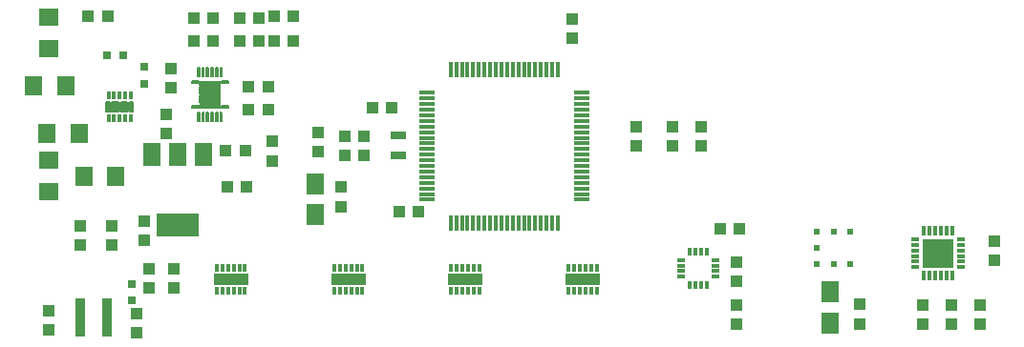
<source format=gtp>
G75*
%MOIN*%
%OFA0B0*%
%FSLAX24Y24*%
%IPPOS*%
%LPD*%
%AMOC8*
5,1,8,0,0,1.08239X$1,22.5*
%
%ADD10R,0.0120X0.0260*%
%ADD11R,0.0990X0.0370*%
%ADD12C,0.0060*%
%ADD13R,0.0709X0.0630*%
%ADD14R,0.0315X0.0315*%
%ADD15R,0.0630X0.0710*%
%ADD16R,0.0080X0.0330*%
%ADD17R,0.0770X0.0960*%
%ADD18R,0.0394X0.0433*%
%ADD19R,0.0433X0.0394*%
%ADD20R,0.0591X0.0768*%
%ADD21R,0.0118X0.0531*%
%ADD22R,0.0531X0.0118*%
%ADD23R,0.0380X0.1320*%
%ADD24R,0.1220X0.0390*%
%ADD25R,0.0590X0.0790*%
%ADD26R,0.1500X0.0790*%
%ADD27R,0.0551X0.0276*%
%ADD28R,0.0236X0.0197*%
%ADD29R,0.0197X0.0236*%
%ADD30R,0.0315X0.0118*%
%ADD31R,0.0118X0.0315*%
%ADD32R,0.0315X0.0138*%
%ADD33R,0.0138X0.0335*%
%ADD34R,0.1102X0.1024*%
D10*
X009669Y002171D03*
X009859Y002171D03*
X010059Y002171D03*
X010259Y002171D03*
X010459Y002171D03*
X010649Y002171D03*
X010649Y002971D03*
X010459Y002971D03*
X010259Y002971D03*
X010059Y002971D03*
X009859Y002971D03*
X009669Y002971D03*
X013769Y002971D03*
X013959Y002971D03*
X014159Y002971D03*
X014359Y002971D03*
X014559Y002971D03*
X014749Y002971D03*
X014749Y002171D03*
X014559Y002171D03*
X014359Y002171D03*
X014159Y002171D03*
X013959Y002171D03*
X013769Y002171D03*
X017849Y002181D03*
X018039Y002181D03*
X018239Y002181D03*
X018439Y002181D03*
X018639Y002181D03*
X018829Y002181D03*
X018829Y002981D03*
X018639Y002981D03*
X018439Y002981D03*
X018239Y002981D03*
X018039Y002981D03*
X017849Y002981D03*
X021949Y002971D03*
X022139Y002971D03*
X022339Y002971D03*
X022539Y002971D03*
X022739Y002971D03*
X022929Y002971D03*
X022929Y002171D03*
X022739Y002171D03*
X022539Y002171D03*
X022339Y002171D03*
X022139Y002171D03*
X021949Y002171D03*
X006672Y008209D03*
X006482Y008209D03*
X006282Y008209D03*
X006082Y008209D03*
X005892Y008209D03*
X005892Y009009D03*
X006082Y009009D03*
X006282Y009009D03*
X006482Y009009D03*
X006672Y009009D03*
D11*
X006282Y008609D03*
D12*
X006242Y008509D02*
X006242Y008449D01*
X006012Y008449D01*
X005932Y008449D02*
X005932Y008509D01*
X005932Y008449D02*
X005812Y008449D01*
X005812Y008569D01*
X005812Y008649D02*
X005812Y008769D01*
X005932Y008769D01*
X006012Y008769D02*
X006012Y008709D01*
X006012Y008769D02*
X006242Y008769D01*
X006322Y008769D02*
X006322Y008709D01*
X006322Y008769D02*
X006552Y008769D01*
X006632Y008769D02*
X006632Y008709D01*
X006632Y008769D02*
X006752Y008769D01*
X006752Y008649D01*
X006752Y008569D02*
X006692Y008569D01*
X006752Y008569D02*
X006752Y008449D01*
X006632Y008449D01*
X006552Y008449D02*
X006552Y008509D01*
X006552Y008449D02*
X006322Y008449D01*
X005872Y008649D02*
X005812Y008649D01*
X008797Y008630D02*
X008797Y008570D01*
X009027Y008570D01*
X009027Y008630D01*
X008797Y008630D01*
X009077Y008680D02*
X009077Y008580D01*
X009237Y008580D01*
X009237Y008620D01*
X009307Y008580D02*
X009547Y008580D01*
X009547Y008620D01*
X009617Y008580D02*
X009777Y008580D01*
X009777Y008680D01*
X009677Y008680D01*
X009777Y008760D02*
X009777Y008990D01*
X009677Y008990D01*
X009777Y009070D02*
X009777Y009300D01*
X009677Y009300D01*
X009777Y009380D02*
X009777Y009480D01*
X009617Y009480D01*
X009617Y009440D01*
X009547Y009480D02*
X009307Y009480D01*
X009307Y009440D01*
X009237Y009480D02*
X009077Y009480D01*
X009077Y009380D01*
X009177Y009380D01*
X009077Y009300D02*
X009077Y009070D01*
X009177Y009070D01*
X009077Y008990D02*
X009077Y008760D01*
X009177Y008760D01*
X009827Y008630D02*
X009827Y008570D01*
X010057Y008570D01*
X010057Y008630D01*
X009827Y008630D01*
X009847Y008410D02*
X009787Y008410D01*
X009787Y008090D01*
X009847Y008090D01*
X009847Y008410D01*
X009697Y008410D02*
X009637Y008410D01*
X009637Y008090D01*
X009697Y008090D01*
X009697Y008410D01*
X009537Y008410D02*
X009477Y008410D01*
X009477Y008090D01*
X009537Y008090D01*
X009537Y008410D01*
X009377Y008410D02*
X009317Y008410D01*
X009317Y008090D01*
X009377Y008090D01*
X009377Y008410D01*
X009217Y008410D02*
X009157Y008410D01*
X009157Y008090D01*
X009217Y008090D01*
X009217Y008410D01*
X009067Y008410D02*
X009007Y008410D01*
X009007Y008090D01*
X009067Y008090D01*
X009067Y008410D01*
X009027Y009430D02*
X009027Y009490D01*
X008797Y009490D01*
X008797Y009430D01*
X009027Y009430D01*
X009007Y009650D02*
X009007Y009970D01*
X009067Y009970D01*
X009067Y009650D01*
X009007Y009650D01*
X009157Y009650D02*
X009157Y009970D01*
X009217Y009970D01*
X009217Y009650D01*
X009157Y009650D01*
X009317Y009650D02*
X009317Y009970D01*
X009377Y009970D01*
X009377Y009650D01*
X009317Y009650D01*
X009477Y009650D02*
X009477Y009970D01*
X009537Y009970D01*
X009537Y009650D01*
X009477Y009650D01*
X009637Y009650D02*
X009637Y009970D01*
X009697Y009970D01*
X009697Y009650D01*
X009637Y009650D01*
X009787Y009650D02*
X009787Y009970D01*
X009847Y009970D01*
X009847Y009650D01*
X009787Y009650D01*
X009827Y009490D02*
X009827Y009430D01*
X010057Y009430D01*
X010057Y009490D01*
X009827Y009490D01*
D13*
X003809Y010625D03*
X003809Y011727D03*
X003809Y006727D03*
X003809Y005625D03*
D14*
X006699Y002416D03*
X006699Y001826D03*
X007149Y009400D03*
X007149Y009991D03*
X006414Y010416D03*
X005823Y010416D03*
D15*
X004388Y009336D03*
X003269Y009336D03*
X003749Y007676D03*
X004868Y007676D03*
X005029Y006156D03*
X006148Y006156D03*
D16*
X009037Y008250D03*
X009187Y008250D03*
X009347Y008250D03*
X009507Y008250D03*
X009667Y008250D03*
X009817Y008250D03*
X009817Y009810D03*
X009667Y009810D03*
X009507Y009810D03*
X009347Y009810D03*
X009187Y009810D03*
X009037Y009810D03*
D17*
X009427Y009030D03*
D18*
X003795Y000799D03*
X003795Y001468D03*
X007309Y002266D03*
X008159Y002266D03*
X008159Y002936D03*
X007309Y002936D03*
X004919Y003754D03*
X004919Y004423D03*
X011599Y006716D03*
X010653Y007051D03*
X009984Y007051D03*
X011599Y007386D03*
X007919Y007676D03*
X007919Y008346D03*
X008864Y010891D03*
X009533Y010891D03*
X010464Y011691D03*
X011133Y011691D03*
X005853Y011771D03*
X005184Y011771D03*
X013999Y005786D03*
X013999Y005116D03*
X024309Y007246D03*
X024309Y007916D03*
X036809Y003916D03*
X036809Y003246D03*
X032109Y001686D03*
X032109Y001016D03*
X034309Y000996D03*
X035309Y000996D03*
X036309Y000996D03*
X036309Y001666D03*
X035309Y001666D03*
X034309Y001666D03*
X027809Y001666D03*
X027809Y000996D03*
X027809Y002496D03*
X027809Y003166D03*
D19*
X027893Y004331D03*
X027224Y004331D03*
X026559Y007246D03*
X025559Y007246D03*
X025559Y007916D03*
X026559Y007916D03*
X022059Y010996D03*
X022059Y011666D03*
X015773Y008571D03*
X015104Y008571D03*
X013199Y007706D03*
X014134Y007581D03*
X014803Y007581D03*
X013199Y007036D03*
X014144Y006891D03*
X014813Y006891D03*
X010694Y005804D03*
X010025Y005804D03*
X007149Y004596D03*
X006009Y004446D03*
X007149Y003926D03*
X006009Y003776D03*
X006859Y001356D03*
X006859Y000686D03*
X016024Y004931D03*
X016693Y004931D03*
X011453Y008491D03*
X010784Y008491D03*
X010784Y009291D03*
X011453Y009291D03*
X008079Y009276D03*
X008079Y009946D03*
X010464Y010891D03*
X011133Y010891D03*
X011663Y010893D03*
X012332Y010893D03*
X012332Y011773D03*
X011663Y011773D03*
X009533Y011691D03*
X008864Y011691D03*
D20*
X013119Y005912D03*
X013119Y004830D03*
X031059Y002122D03*
X031059Y001040D03*
D21*
X021569Y004534D03*
X021372Y004534D03*
X021175Y004534D03*
X020978Y004534D03*
X020781Y004534D03*
X020584Y004534D03*
X020388Y004534D03*
X020191Y004534D03*
X019994Y004534D03*
X019797Y004534D03*
X019600Y004534D03*
X019403Y004534D03*
X019206Y004534D03*
X019010Y004534D03*
X018813Y004534D03*
X018616Y004534D03*
X018419Y004534D03*
X018222Y004534D03*
X018025Y004534D03*
X017828Y004534D03*
X017828Y009908D03*
X018025Y009908D03*
X018222Y009908D03*
X018419Y009908D03*
X018616Y009908D03*
X018813Y009908D03*
X019010Y009908D03*
X019206Y009908D03*
X019403Y009908D03*
X019600Y009908D03*
X019797Y009908D03*
X019994Y009908D03*
X020191Y009908D03*
X020388Y009908D03*
X020584Y009908D03*
X020781Y009908D03*
X020978Y009908D03*
X021175Y009908D03*
X021372Y009908D03*
X021569Y009908D03*
D22*
X022386Y009091D03*
X022386Y008894D03*
X022386Y008697D03*
X022386Y008500D03*
X022386Y008304D03*
X022386Y008107D03*
X022386Y007910D03*
X022386Y007713D03*
X022386Y007516D03*
X022386Y007319D03*
X022386Y007123D03*
X022386Y006926D03*
X022386Y006729D03*
X022386Y006532D03*
X022386Y006335D03*
X022386Y006138D03*
X022386Y005941D03*
X022386Y005745D03*
X022386Y005548D03*
X022386Y005351D03*
X017012Y005351D03*
X017012Y005548D03*
X017012Y005745D03*
X017012Y005941D03*
X017012Y006138D03*
X017012Y006335D03*
X017012Y006532D03*
X017012Y006729D03*
X017012Y006926D03*
X017012Y007123D03*
X017012Y007319D03*
X017012Y007516D03*
X017012Y007713D03*
X017012Y007910D03*
X017012Y008107D03*
X017012Y008304D03*
X017012Y008500D03*
X017012Y008697D03*
X017012Y008894D03*
X017012Y009091D03*
D23*
X005821Y001231D03*
X004891Y001231D03*
D24*
X010159Y002571D03*
X014259Y002571D03*
X018339Y002581D03*
X022439Y002571D03*
D25*
X009209Y006931D03*
X008309Y006931D03*
X007409Y006931D03*
D26*
X008319Y004451D03*
D27*
X016019Y006916D03*
X016019Y007586D03*
D28*
X030598Y004242D03*
X031189Y004242D03*
X031779Y004242D03*
X031779Y003100D03*
X031189Y003100D03*
X030598Y003100D03*
D29*
X030598Y003671D03*
D30*
X027059Y003246D03*
X027059Y003049D03*
X027059Y002853D03*
X027059Y002656D03*
X025878Y002656D03*
X025878Y002853D03*
X025878Y003049D03*
X025878Y003246D03*
D31*
X026173Y003541D03*
X026370Y003541D03*
X026567Y003541D03*
X026764Y003541D03*
X026764Y002360D03*
X026567Y002360D03*
X026370Y002360D03*
X026173Y002360D03*
D32*
X034051Y002989D03*
X034051Y003186D03*
X034051Y003383D03*
X034051Y003579D03*
X034051Y003776D03*
X034051Y003973D03*
X035626Y003973D03*
X035626Y003776D03*
X035626Y003579D03*
X035626Y003383D03*
X035626Y003186D03*
X035626Y002989D03*
D33*
X035331Y002703D03*
X035134Y002703D03*
X034937Y002703D03*
X034740Y002703D03*
X034543Y002703D03*
X034346Y002703D03*
X034346Y004259D03*
X034543Y004259D03*
X034740Y004259D03*
X034937Y004259D03*
X035134Y004259D03*
X035331Y004259D03*
D34*
X034839Y003481D03*
M02*

</source>
